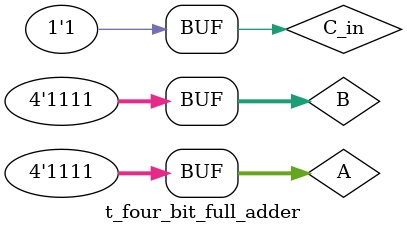
<source format=v>
`timescale 1ns/100ps


module t_four_bit_full_adder();
  reg[3:0] A, B;
  reg C_in;
  wire C_out;
  wire[3:0] S;
  four_bit_full_adder f(A[3:0], B[3:0], C_in, C_out, S[3:0]);

  initial begin
    $dumpfile("four_bit.vcd");
    $dumpvars;
    A = 4'b0000; B = 4'b0000; C_in = 1'b0;
    #50
    A = 4'b0000; B = 4'b0000; C_in = 1'b1;
    #50
    A = 4'b1000; B = 4'b1000; C_in = 1'b0;
    #50
    A = 4'b1111; B = 4'b1111; C_in = 1'b1;
  end
endmodule




</source>
